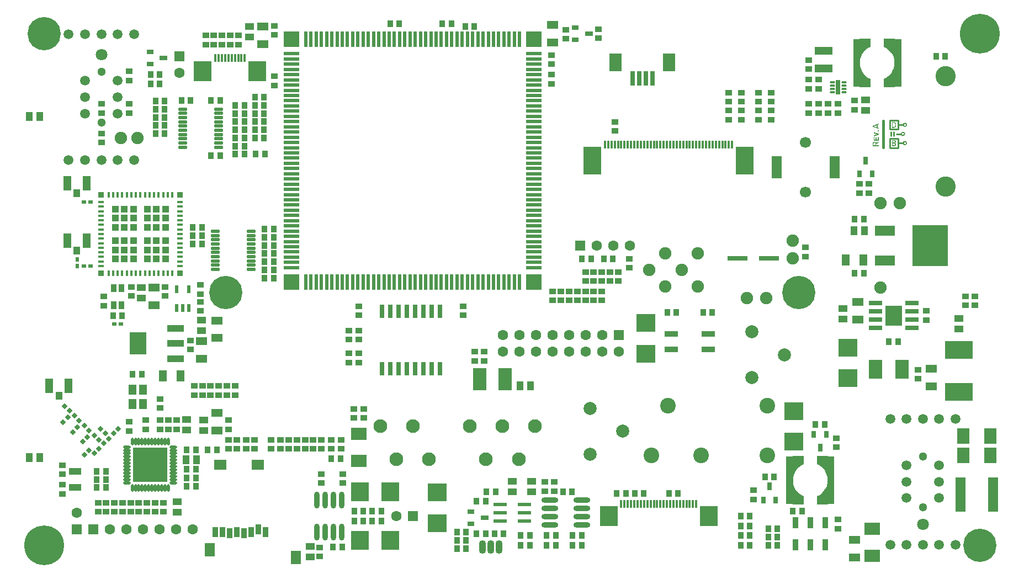
<source format=gts>
G04*
G04 #@! TF.GenerationSoftware,Altium Limited,Altium Designer,18.1.7 (191)*
G04*
G04 Layer_Color=8388736*
%FSLAX44Y44*%
%MOMM*%
G71*
G01*
G75*
%ADD13C,0.2500*%
%ADD19C,0.2000*%
%ADD91R,0.9000X1.0000*%
%ADD92R,1.4000X1.1000*%
%ADD93O,1.4500X0.5000*%
%ADD94R,0.4000X1.3000*%
%ADD95R,2.8000X3.1000*%
%ADD96R,0.7000X2.3000*%
%ADD97R,1.9000X2.7000*%
%ADD98R,1.0500X7.4000*%
%ADD99R,0.6600X2.2500*%
G04:AMPARAMS|DCode=100|XSize=0.35mm|YSize=0.8mm|CornerRadius=0.1125mm|HoleSize=0mm|Usage=FLASHONLY|Rotation=90.000|XOffset=0mm|YOffset=0mm|HoleType=Round|Shape=RoundedRectangle|*
%AMROUNDEDRECTD100*
21,1,0.3500,0.5750,0,0,90.0*
21,1,0.1250,0.8000,0,0,90.0*
1,1,0.2250,0.2875,0.0625*
1,1,0.2250,0.2875,-0.0625*
1,1,0.2250,-0.2875,-0.0625*
1,1,0.2250,-0.2875,0.0625*
%
%ADD100ROUNDEDRECTD100*%
%ADD101R,5.5000X6.3000*%
%ADD102R,3.1000X1.6000*%
%ADD103R,2.1000X0.8000*%
%ADD104R,2.5000X3.1000*%
%ADD105R,2.8432X2.7162*%
%ADD106R,2.8000X3.1000*%
%ADD107O,2.6000X0.8000*%
%ADD108R,2.1000X0.6300*%
%ADD109R,2.7162X2.8432*%
%ADD110O,0.8000X2.6000*%
%ADD111R,1.9000X1.5000*%
%ADD112R,1.5000X2.0000*%
%ADD113R,0.9000X1.6000*%
%ADD114R,5.2500X5.2500*%
%ADD115O,0.4500X1.1500*%
%ADD116O,1.1500X0.4500*%
%ADD117R,0.6000X2.4000*%
%ADD118R,2.4000X0.6000*%
%ADD119R,2.4000X2.4000*%
%ADD120R,1.5000X5.3000*%
%ADD121R,2.3500X1.9000*%
%ADD122R,1.9000X2.3500*%
%ADD123R,1.8000X1.2000*%
%ADD124R,1.1000X1.4000*%
%ADD125R,1.0000X0.9000*%
%ADD126R,0.6000X0.7000*%
%ADD127R,0.7000X0.6000*%
%ADD128R,1.1500X2.3000*%
%ADD129R,1.1000X1.1500*%
%ADD130R,0.7500X1.0000*%
%ADD131R,0.7500X1.2000*%
%ADD132R,0.9000X1.7000*%
%ADD133R,1.0000X0.7500*%
%ADD134R,1.2000X0.7500*%
%ADD135R,1.6000X3.5000*%
%ADD136R,2.8000X4.2000*%
%ADD137R,0.8100X0.8100*%
%ADD138R,0.4600X0.8100*%
%ADD139R,0.8100X0.4600*%
%ADD140R,1.0600X1.0600*%
%ADD141R,2.5000X3.4000*%
%ADD142R,2.5000X1.1000*%
%ADD143R,0.6000X1.3000*%
%ADD144R,0.8000X2.1000*%
%ADD145R,2.1000X0.9000*%
%ADD146R,1.2498X1.4995*%
%ADD147R,0.9000X1.1500*%
%ADD148R,4.3000X2.7000*%
%ADD149R,2.7000X1.2000*%
%ADD150R,1.2000X1.8000*%
G04:AMPARAMS|DCode=151|XSize=0.6mm|YSize=0.7mm|CornerRadius=0mm|HoleSize=0mm|Usage=FLASHONLY|Rotation=135.000|XOffset=0mm|YOffset=0mm|HoleType=Round|Shape=Rectangle|*
%AMROTATEDRECTD151*
4,1,4,0.4596,0.0354,-0.0354,-0.4596,-0.4596,-0.0354,0.0354,0.4596,0.4596,0.0354,0.0*
%
%ADD151ROTATEDRECTD151*%

G04:AMPARAMS|DCode=152|XSize=0.6mm|YSize=0.7mm|CornerRadius=0mm|HoleSize=0mm|Usage=FLASHONLY|Rotation=225.000|XOffset=0mm|YOffset=0mm|HoleType=Round|Shape=Rectangle|*
%AMROTATEDRECTD152*
4,1,4,-0.0354,0.4596,0.4596,-0.0354,0.0354,-0.4596,-0.4596,0.0354,-0.0354,0.4596,0.0*
%
%ADD152ROTATEDRECTD152*%

%ADD153R,2.0000X2.9000*%
%ADD154R,3.1000X0.8000*%
%ADD155R,2.0000X3.5000*%
%ADD156R,1.9000X1.1000*%
%ADD157C,1.5000*%
%ADD158C,1.3000*%
%ADD159C,1.8000*%
%ADD160C,1.6000*%
%ADD161R,1.6000X1.6000*%
%ADD162C,2.1000*%
%ADD163C,2.0000*%
%ADD164C,1.9000*%
%ADD165R,1.6000X1.6000*%
%ADD166C,1.7000*%
%ADD167C,2.4000*%
%ADD168O,1.1000X2.1000*%
%ADD169O,1.1000X2.1000*%
%ADD170C,3.1000*%
%ADD171C,5.1000*%
%ADD172C,6.1000*%
G36*
X1337098Y809493D02*
X1337192Y809464D01*
X1337279Y809418D01*
X1337355Y809355D01*
X1337418Y809279D01*
X1337464Y809192D01*
X1337493Y809098D01*
X1337502Y809000D01*
Y772500D01*
Y736000D01*
X1337493Y735902D01*
X1337464Y735808D01*
X1337418Y735721D01*
X1337355Y735645D01*
X1337279Y735582D01*
X1337192Y735536D01*
X1337098Y735507D01*
X1337000Y735498D01*
X1320500D01*
X1320402Y735507D01*
X1320308Y735536D01*
X1320221Y735582D01*
X1320145Y735645D01*
X1320082Y735721D01*
X1320036Y735808D01*
X1320007Y735902D01*
X1319998Y736000D01*
Y747500D01*
X1320001Y747532D01*
X1320002Y747563D01*
X1320005Y747580D01*
X1320007Y747598D01*
X1320016Y747628D01*
X1320023Y747659D01*
X1320031Y747675D01*
X1320036Y747692D01*
X1320051Y747720D01*
X1320063Y747749D01*
X1320074Y747763D01*
X1320082Y747779D01*
X1320102Y747804D01*
X1320121Y747829D01*
X1320133Y747841D01*
X1320145Y747855D01*
X1320169Y747875D01*
X1320192Y747897D01*
X1320207Y747906D01*
X1320221Y747918D01*
X1320248Y747933D01*
X1320275Y747949D01*
X1323240Y749432D01*
X1326697Y751901D01*
X1329164Y753875D01*
X1329625Y754336D01*
X1331587Y756787D01*
X1333059Y759242D01*
X1334041Y761206D01*
X1335021Y763655D01*
X1335513Y765622D01*
X1336004Y767587D01*
X1336495Y772502D01*
X1336003Y777916D01*
X1335026Y781825D01*
X1332571Y786735D01*
X1329631Y790654D01*
X1326196Y793599D01*
X1323247Y795565D01*
X1320275Y797051D01*
X1320248Y797067D01*
X1320221Y797082D01*
X1320207Y797094D01*
X1320192Y797103D01*
X1320169Y797125D01*
X1320145Y797145D01*
X1320133Y797159D01*
X1320121Y797171D01*
X1320102Y797196D01*
X1320082Y797221D01*
X1320074Y797237D01*
X1320063Y797251D01*
X1320051Y797280D01*
X1320036Y797308D01*
X1320031Y797325D01*
X1320023Y797341D01*
X1320016Y797372D01*
X1320007Y797402D01*
X1320005Y797420D01*
X1320002Y797437D01*
X1320001Y797468D01*
X1319998Y797500D01*
Y809000D01*
X1320007Y809098D01*
X1320036Y809192D01*
X1320082Y809279D01*
X1320145Y809355D01*
X1320221Y809418D01*
X1320308Y809464D01*
X1320402Y809493D01*
X1320500Y809502D01*
X1337000D01*
X1337098Y809493D01*
D02*
G37*
G36*
X1299598D02*
X1299692Y809464D01*
X1299779Y809418D01*
X1299855Y809355D01*
X1299918Y809279D01*
X1299964Y809192D01*
X1299993Y809098D01*
X1300002Y809000D01*
Y797500D01*
X1299999Y797468D01*
X1299998Y797437D01*
X1299995Y797420D01*
X1299993Y797402D01*
X1299984Y797372D01*
X1299977Y797341D01*
X1299969Y797325D01*
X1299964Y797308D01*
X1299949Y797280D01*
X1299937Y797251D01*
X1299926Y797237D01*
X1299918Y797221D01*
X1299898Y797196D01*
X1299879Y797171D01*
X1299867Y797159D01*
X1299855Y797145D01*
X1299831Y797125D01*
X1299808Y797103D01*
X1299793Y797094D01*
X1299779Y797082D01*
X1299752Y797067D01*
X1299725Y797051D01*
X1295753Y795065D01*
X1294301Y794097D01*
X1291354Y791641D01*
X1288412Y788209D01*
X1286443Y784763D01*
X1284974Y781825D01*
X1284490Y779890D01*
X1283997Y777426D01*
X1283505Y772498D01*
X1283995Y767104D01*
X1285965Y761193D01*
X1286941Y759242D01*
X1288409Y756795D01*
X1291351Y753363D01*
X1293808Y751397D01*
X1295765Y749929D01*
X1299725Y747949D01*
X1299752Y747933D01*
X1299779Y747918D01*
X1299793Y747906D01*
X1299808Y747897D01*
X1299831Y747875D01*
X1299855Y747855D01*
X1299867Y747841D01*
X1299879Y747829D01*
X1299898Y747804D01*
X1299918Y747779D01*
X1299926Y747763D01*
X1299937Y747749D01*
X1299949Y747720D01*
X1299964Y747692D01*
X1299969Y747675D01*
X1299977Y747659D01*
X1299984Y747628D01*
X1299993Y747598D01*
X1299995Y747580D01*
X1299998Y747563D01*
X1299999Y747532D01*
X1300002Y747500D01*
Y736000D01*
X1299993Y735902D01*
X1299964Y735808D01*
X1299918Y735721D01*
X1299855Y735645D01*
X1299779Y735582D01*
X1299692Y735536D01*
X1299598Y735507D01*
X1299500Y735498D01*
X1283000D01*
X1282902Y735507D01*
X1282808Y735536D01*
X1282721Y735582D01*
X1282645Y735645D01*
X1282582Y735721D01*
X1282536Y735808D01*
X1282507Y735902D01*
X1282498Y736000D01*
Y772500D01*
Y809000D01*
X1282507Y809098D01*
X1282536Y809192D01*
X1282582Y809279D01*
X1282645Y809355D01*
X1282721Y809418D01*
X1282808Y809464D01*
X1282902Y809493D01*
X1283000Y809502D01*
X1299500D01*
X1299598Y809493D01*
D02*
G37*
G36*
X1335187Y682223D02*
X1335301Y682212D01*
X1335437Y682202D01*
X1335593Y682181D01*
X1335770Y682150D01*
X1335968Y682098D01*
X1336176Y682046D01*
X1336395Y681973D01*
X1336624Y681889D01*
X1336853Y681785D01*
X1337082Y681671D01*
X1337311Y681525D01*
X1337540Y681369D01*
X1337759Y681181D01*
X1337769Y681171D01*
X1337822Y681129D01*
X1337884Y681056D01*
X1337967Y680952D01*
X1338071Y680827D01*
X1338186Y680671D01*
X1338311Y680494D01*
X1338436Y680286D01*
X1338561Y680057D01*
X1338686Y679807D01*
X1338801Y679526D01*
X1338905Y679213D01*
X1338988Y678890D01*
X1339050Y678536D01*
X1339102Y678161D01*
X1339113Y677766D01*
Y677755D01*
Y677734D01*
Y677703D01*
Y677651D01*
Y677589D01*
X1339102Y677516D01*
Y677432D01*
X1339092Y677339D01*
X1339071Y677130D01*
X1339040Y676880D01*
X1338998Y676610D01*
X1338946Y676308D01*
X1338873Y676006D01*
X1338780Y675683D01*
X1338665Y675350D01*
X1338540Y675027D01*
X1338384Y674714D01*
X1338197Y674402D01*
X1337988Y674121D01*
X1337749Y673850D01*
X1337738Y673839D01*
X1337697Y673808D01*
X1337634Y673746D01*
X1337551Y673683D01*
X1337447Y673600D01*
X1337311Y673506D01*
X1337166Y673402D01*
X1336999Y673308D01*
X1336811Y673204D01*
X1336603Y673100D01*
X1336384Y673006D01*
X1336145Y672923D01*
X1335895Y672861D01*
X1335624Y672809D01*
X1335343Y672767D01*
X1335051Y672756D01*
X1332500D01*
Y682233D01*
X1335103D01*
X1335187Y682223D01*
D02*
G37*
G36*
X1312063Y679366D02*
X1312125Y679345D01*
X1312208Y679324D01*
X1312281Y679283D01*
X1312365Y679231D01*
X1312437Y679158D01*
X1312448Y679147D01*
X1312469Y679116D01*
X1312500Y679075D01*
X1312531Y679012D01*
X1312563Y678939D01*
X1312594Y678856D01*
X1312614Y678762D01*
X1312625Y678658D01*
Y678637D01*
X1312614Y678585D01*
X1312604Y678502D01*
X1312583Y678408D01*
X1312542Y678314D01*
X1312479Y678210D01*
X1312385Y678137D01*
X1312271Y678075D01*
X1310886Y677513D01*
Y673264D01*
X1312188Y672764D01*
X1312208Y672753D01*
X1312260Y672732D01*
X1312323Y672691D01*
X1312406Y672618D01*
X1312490Y672535D01*
X1312552Y672430D01*
X1312604Y672295D01*
X1312625Y672129D01*
Y672076D01*
X1312614Y672024D01*
X1312604Y671951D01*
X1312583Y671879D01*
X1312542Y671795D01*
X1312500Y671702D01*
X1312437Y671618D01*
X1312427Y671608D01*
X1312406Y671587D01*
X1312365Y671556D01*
X1312302Y671514D01*
X1312240Y671472D01*
X1312156Y671441D01*
X1312063Y671420D01*
X1311958Y671410D01*
X1311948D01*
X1311938D01*
X1311875Y671420D01*
X1311792Y671431D01*
X1311698Y671452D01*
X1303461Y674524D01*
X1303450D01*
X1303440Y674534D01*
X1303377Y674565D01*
X1303294Y674617D01*
X1303190Y674701D01*
X1303096Y674805D01*
X1303013Y674940D01*
X1302950Y675107D01*
X1302940Y675211D01*
X1302930Y675315D01*
Y675378D01*
X1302940Y675419D01*
X1302950Y675523D01*
X1302992Y675648D01*
X1303044Y675784D01*
X1303127Y675909D01*
X1303242Y676023D01*
X1303315Y676075D01*
X1303398Y676107D01*
X1311688Y679324D01*
X1311698D01*
X1311709Y679335D01*
X1311771Y679356D01*
X1311865Y679366D01*
X1311958Y679377D01*
X1311969D01*
X1312010D01*
X1312063Y679366D01*
D02*
G37*
G36*
X1311761Y669088D02*
X1311844Y669067D01*
X1311938Y669035D01*
X1312031Y668994D01*
X1312135Y668931D01*
X1312229Y668848D01*
X1312240Y668838D01*
X1312260Y668806D01*
X1312302Y668754D01*
X1312344Y668681D01*
X1312385Y668598D01*
X1312427Y668494D01*
X1312448Y668379D01*
X1312458Y668254D01*
Y668192D01*
X1312448Y668130D01*
X1312427Y668046D01*
X1312406Y667952D01*
X1312365Y667859D01*
X1312302Y667755D01*
X1312229Y667661D01*
X1312219Y667651D01*
X1312188Y667630D01*
X1312135Y667588D01*
X1312063Y667546D01*
X1311979Y667505D01*
X1311875Y667463D01*
X1311761Y667442D01*
X1311636Y667432D01*
X1311625D01*
X1311573D01*
X1311511Y667442D01*
X1311438Y667463D01*
X1311344Y667484D01*
X1311240Y667525D01*
X1311146Y667588D01*
X1311052Y667661D01*
X1311042Y667671D01*
X1311011Y667702D01*
X1310969Y667755D01*
X1310927Y667828D01*
X1310886Y667911D01*
X1310844Y668015D01*
X1310813Y668130D01*
X1310802Y668254D01*
Y668317D01*
X1310813Y668379D01*
X1310834Y668463D01*
X1310865Y668546D01*
X1310907Y668650D01*
X1310969Y668754D01*
X1311052Y668848D01*
X1311063Y668858D01*
X1311094Y668890D01*
X1311146Y668931D01*
X1311219Y668973D01*
X1311302Y669015D01*
X1311407Y669056D01*
X1311511Y669088D01*
X1311636Y669098D01*
X1311646D01*
X1311698D01*
X1311761Y669088D01*
D02*
G37*
G36*
X1305512Y665661D02*
X1305585Y665641D01*
X1312229Y663766D01*
X1312250Y663756D01*
X1312292Y663735D01*
X1312354Y663693D01*
X1312427Y663631D01*
X1312510Y663527D01*
X1312573Y663401D01*
X1312594Y663318D01*
X1312614Y663224D01*
X1312635Y663131D01*
Y662964D01*
X1312625Y662923D01*
X1312614Y662818D01*
X1312594Y662693D01*
X1312542Y662568D01*
X1312479Y662454D01*
X1312396Y662360D01*
X1312333Y662318D01*
X1312271Y662298D01*
X1305616Y660194D01*
X1305606D01*
X1305596D01*
X1305543Y660184D01*
X1305460Y660173D01*
X1305366Y660163D01*
X1305356D01*
X1305314D01*
X1305262Y660173D01*
X1305200Y660194D01*
X1305127Y660215D01*
X1305044Y660246D01*
X1304960Y660298D01*
X1304887Y660371D01*
X1304877Y660381D01*
X1304856Y660413D01*
X1304825Y660454D01*
X1304783Y660507D01*
X1304752Y660579D01*
X1304721Y660663D01*
X1304700Y660756D01*
X1304689Y660850D01*
Y660871D01*
X1304700Y660933D01*
X1304710Y661006D01*
X1304742Y661111D01*
X1304783Y661215D01*
X1304856Y661308D01*
X1304950Y661392D01*
X1305085Y661444D01*
X1310386Y662995D01*
X1305200Y664318D01*
X1305189D01*
X1305179Y664328D01*
X1305116Y664349D01*
X1305033Y664391D01*
X1304939Y664443D01*
X1304846Y664526D01*
X1304773Y664641D01*
X1304710Y664776D01*
X1304700Y664859D01*
X1304689Y664943D01*
Y664985D01*
X1304700Y665036D01*
X1304710Y665109D01*
X1304742Y665182D01*
X1304773Y665266D01*
X1304825Y665359D01*
X1304898Y665443D01*
X1304908Y665453D01*
X1304939Y665474D01*
X1304981Y665516D01*
X1305033Y665557D01*
X1305106Y665599D01*
X1305200Y665641D01*
X1305293Y665661D01*
X1305398Y665672D01*
X1305419D01*
X1305460D01*
X1305512Y665661D01*
D02*
G37*
G36*
X1311906Y658767D02*
X1312021Y658736D01*
X1312146Y658694D01*
X1312281Y658601D01*
X1312333Y658549D01*
X1312385Y658476D01*
X1312437Y658403D01*
X1312469Y658299D01*
X1312490Y658195D01*
X1312500Y658070D01*
Y653498D01*
X1304700D01*
Y658132D01*
X1304710Y658184D01*
X1304742Y658299D01*
X1304783Y658424D01*
X1304866Y658559D01*
X1304929Y658611D01*
X1304991Y658663D01*
X1305075Y658715D01*
X1305168Y658746D01*
X1305273Y658767D01*
X1305398Y658778D01*
X1305408D01*
X1305429D01*
X1305460D01*
X1305502Y658767D01*
X1305616Y658736D01*
X1305741Y658694D01*
X1305866Y658601D01*
X1305929Y658549D01*
X1305981Y658476D01*
X1306022Y658403D01*
X1306054Y658299D01*
X1306075Y658195D01*
X1306085Y658070D01*
Y654852D01*
X1307512D01*
Y657934D01*
X1307522Y657976D01*
X1307553Y658090D01*
X1307595Y658215D01*
X1307678Y658340D01*
X1307741Y658403D01*
X1307803Y658455D01*
X1307887Y658496D01*
X1307980Y658528D01*
X1308085Y658549D01*
X1308209Y658559D01*
X1308220D01*
X1308241D01*
X1308272D01*
X1308314Y658549D01*
X1308428Y658528D01*
X1308553Y658476D01*
X1308689Y658392D01*
X1308741Y658340D01*
X1308793Y658267D01*
X1308845Y658195D01*
X1308876Y658101D01*
X1308897Y657997D01*
X1308907Y657872D01*
Y654852D01*
X1311104D01*
Y658132D01*
X1311115Y658184D01*
X1311146Y658299D01*
X1311188Y658424D01*
X1311271Y658559D01*
X1311334Y658611D01*
X1311396Y658663D01*
X1311479Y658715D01*
X1311573Y658746D01*
X1311677Y658767D01*
X1311802Y658778D01*
X1311813D01*
X1311833D01*
X1311865D01*
X1311906Y658767D01*
D02*
G37*
G36*
X1312000Y651832D02*
X1312063Y651811D01*
X1312146Y651790D01*
X1312229Y651748D01*
X1312312Y651696D01*
X1312396Y651623D01*
X1312406Y651613D01*
X1312427Y651582D01*
X1312458Y651540D01*
X1312500Y651478D01*
X1312542Y651405D01*
X1312573Y651321D01*
X1312594Y651228D01*
X1312604Y651123D01*
Y651113D01*
X1312594Y651071D01*
X1312583Y651009D01*
X1312563Y650936D01*
X1312531Y650842D01*
X1312469Y650759D01*
X1312396Y650665D01*
X1312292Y650582D01*
X1308564Y647958D01*
Y646395D01*
X1311896D01*
X1311906D01*
X1311927D01*
X1311958D01*
X1312010Y646385D01*
X1312115Y646354D01*
X1312250Y646312D01*
X1312375Y646218D01*
X1312437Y646166D01*
X1312490Y646094D01*
X1312542Y646021D01*
X1312573Y645916D01*
X1312594Y645812D01*
X1312604Y645687D01*
Y645625D01*
X1312594Y645583D01*
X1312563Y645469D01*
X1312510Y645344D01*
X1312479Y645281D01*
X1312427Y645219D01*
X1312375Y645156D01*
X1312302Y645104D01*
X1312219Y645062D01*
X1312125Y645031D01*
X1312010Y645010D01*
X1311886Y645000D01*
X1303034D01*
Y649166D01*
X1303044Y649239D01*
X1303055Y649343D01*
X1303075Y649457D01*
X1303096Y649582D01*
X1303127Y649717D01*
X1303169Y649863D01*
X1303211Y650020D01*
X1303273Y650186D01*
X1303346Y650342D01*
X1303429Y650509D01*
X1303533Y650676D01*
X1303638Y650832D01*
X1303773Y650988D01*
X1303784Y650999D01*
X1303815Y651030D01*
X1303856Y651071D01*
X1303919Y651123D01*
X1304002Y651186D01*
X1304096Y651259D01*
X1304210Y651332D01*
X1304335Y651415D01*
X1304481Y651498D01*
X1304637Y651571D01*
X1304804Y651644D01*
X1304991Y651707D01*
X1305189Y651759D01*
X1305398Y651811D01*
X1305616Y651832D01*
X1305856Y651842D01*
X1305877D01*
X1305918D01*
X1305991Y651832D01*
X1306095Y651821D01*
X1306220Y651800D01*
X1306366Y651779D01*
X1306522Y651738D01*
X1306689Y651696D01*
X1306866Y651623D01*
X1307054Y651550D01*
X1307241Y651446D01*
X1307428Y651332D01*
X1307605Y651196D01*
X1307782Y651030D01*
X1307949Y650842D01*
X1308105Y650634D01*
X1308126Y650613D01*
X1308178Y650561D01*
X1308251Y650467D01*
X1308334Y650342D01*
X1308418Y650176D01*
X1308491Y649988D01*
X1308543Y649780D01*
X1308553Y649666D01*
X1308564Y649540D01*
Y649551D01*
X1311469Y651696D01*
X1311479Y651707D01*
X1311511Y651717D01*
X1311552Y651738D01*
X1311604Y651769D01*
X1311740Y651821D01*
X1311813Y651832D01*
X1311896Y651842D01*
X1311906D01*
X1311948D01*
X1312000Y651832D01*
D02*
G37*
G36*
X1335853Y654233D02*
X1335978Y654223D01*
X1336114Y654202D01*
X1336270Y654181D01*
X1336436Y654150D01*
X1336603Y654108D01*
X1336791Y654056D01*
X1336978Y654004D01*
X1337166Y653931D01*
X1337343Y653837D01*
X1337530Y653744D01*
X1337697Y653629D01*
X1337863Y653494D01*
X1337874Y653483D01*
X1337894Y653463D01*
X1337936Y653421D01*
X1337988Y653358D01*
X1338051Y653286D01*
X1338113Y653192D01*
X1338186Y653088D01*
X1338269Y652973D01*
X1338342Y652838D01*
X1338415Y652692D01*
X1338478Y652525D01*
X1338540Y652359D01*
X1338592Y652171D01*
X1338634Y651973D01*
X1338655Y651755D01*
X1338665Y651536D01*
Y651525D01*
Y651484D01*
X1338655Y651421D01*
Y651338D01*
X1338634Y651234D01*
X1338613Y651109D01*
X1338582Y650984D01*
X1338551Y650838D01*
X1338499Y650682D01*
X1338436Y650526D01*
X1338363Y650359D01*
X1338269Y650203D01*
X1338165Y650036D01*
X1338040Y649880D01*
X1337894Y649734D01*
X1337728Y649588D01*
X1337738Y649578D01*
X1337769Y649557D01*
X1337822Y649526D01*
X1337894Y649474D01*
X1337978Y649411D01*
X1338061Y649328D01*
X1338165Y649234D01*
X1338259Y649120D01*
X1338363Y648985D01*
X1338457Y648828D01*
X1338540Y648662D01*
X1338623Y648464D01*
X1338696Y648255D01*
X1338748Y648016D01*
X1338780Y647766D01*
X1338790Y647485D01*
Y647474D01*
Y647454D01*
Y647422D01*
X1338780Y647370D01*
Y647308D01*
X1338769Y647235D01*
X1338738Y647058D01*
X1338696Y646850D01*
X1338634Y646620D01*
X1338530Y646371D01*
X1338405Y646121D01*
X1338248Y645871D01*
X1338155Y645746D01*
X1338040Y645621D01*
X1337926Y645506D01*
X1337801Y645392D01*
X1337655Y645287D01*
X1337499Y645183D01*
X1337332Y645090D01*
X1337155Y645006D01*
X1336957Y644933D01*
X1336749Y644871D01*
X1336520Y644829D01*
X1336280Y644788D01*
X1336020Y644767D01*
X1335739Y644756D01*
X1332500D01*
Y654243D01*
X1335760D01*
X1335853Y654233D01*
D02*
G37*
G36*
X1234598Y169493D02*
X1234692Y169464D01*
X1234779Y169418D01*
X1234855Y169355D01*
X1234918Y169279D01*
X1234964Y169192D01*
X1234993Y169098D01*
X1235002Y169000D01*
Y132500D01*
Y96000D01*
X1234993Y95902D01*
X1234964Y95808D01*
X1234918Y95721D01*
X1234855Y95645D01*
X1234779Y95582D01*
X1234692Y95536D01*
X1234598Y95507D01*
X1234500Y95498D01*
X1218000D01*
X1217902Y95507D01*
X1217808Y95536D01*
X1217721Y95582D01*
X1217645Y95645D01*
X1217582Y95721D01*
X1217536Y95808D01*
X1217507Y95902D01*
X1217498Y96000D01*
Y107500D01*
X1217501Y107531D01*
X1217502Y107563D01*
X1217505Y107580D01*
X1217507Y107598D01*
X1217516Y107628D01*
X1217523Y107659D01*
X1217531Y107675D01*
X1217536Y107692D01*
X1217551Y107720D01*
X1217563Y107749D01*
X1217574Y107763D01*
X1217582Y107779D01*
X1217602Y107804D01*
X1217620Y107829D01*
X1217633Y107841D01*
X1217645Y107855D01*
X1217669Y107875D01*
X1217692Y107897D01*
X1217707Y107907D01*
X1217721Y107918D01*
X1217748Y107932D01*
X1217775Y107949D01*
X1221747Y109935D01*
X1223199Y110903D01*
X1226146Y113359D01*
X1229088Y116791D01*
X1231057Y120237D01*
X1232526Y123175D01*
X1233010Y125110D01*
X1233503Y127574D01*
X1233995Y132502D01*
X1233505Y137896D01*
X1231535Y143807D01*
X1230559Y145758D01*
X1229091Y148205D01*
X1226149Y151637D01*
X1223692Y153603D01*
X1221735Y155071D01*
X1217775Y157051D01*
X1217748Y157067D01*
X1217721Y157082D01*
X1217707Y157093D01*
X1217692Y157103D01*
X1217669Y157125D01*
X1217645Y157145D01*
X1217633Y157159D01*
X1217620Y157171D01*
X1217602Y157196D01*
X1217582Y157221D01*
X1217574Y157237D01*
X1217563Y157251D01*
X1217551Y157280D01*
X1217536Y157308D01*
X1217531Y157325D01*
X1217523Y157341D01*
X1217516Y157372D01*
X1217507Y157402D01*
X1217505Y157420D01*
X1217502Y157437D01*
X1217501Y157468D01*
X1217498Y157500D01*
Y169000D01*
X1217507Y169098D01*
X1217536Y169192D01*
X1217582Y169279D01*
X1217645Y169355D01*
X1217721Y169418D01*
X1217808Y169464D01*
X1217902Y169493D01*
X1218000Y169502D01*
X1234500D01*
X1234598Y169493D01*
D02*
G37*
G36*
X1197098D02*
X1197192Y169464D01*
X1197279Y169418D01*
X1197355Y169355D01*
X1197418Y169279D01*
X1197464Y169192D01*
X1197493Y169098D01*
X1197502Y169000D01*
Y157500D01*
X1197499Y157468D01*
X1197498Y157437D01*
X1197495Y157420D01*
X1197493Y157402D01*
X1197484Y157372D01*
X1197477Y157341D01*
X1197469Y157325D01*
X1197464Y157308D01*
X1197449Y157280D01*
X1197437Y157251D01*
X1197426Y157237D01*
X1197418Y157221D01*
X1197398Y157196D01*
X1197380Y157171D01*
X1197367Y157159D01*
X1197355Y157145D01*
X1197331Y157125D01*
X1197308Y157103D01*
X1197293Y157093D01*
X1197279Y157082D01*
X1197252Y157067D01*
X1197225Y157051D01*
X1194260Y155568D01*
X1190803Y153099D01*
X1188336Y151125D01*
X1187875Y150664D01*
X1185913Y148212D01*
X1184441Y145758D01*
X1183459Y143794D01*
X1182479Y141345D01*
X1181987Y139378D01*
X1181496Y137414D01*
X1181005Y132498D01*
X1181497Y127084D01*
X1182474Y123175D01*
X1184929Y118265D01*
X1187869Y114346D01*
X1191304Y111401D01*
X1194253Y109435D01*
X1197225Y107949D01*
X1197252Y107932D01*
X1197279Y107918D01*
X1197293Y107907D01*
X1197308Y107897D01*
X1197331Y107875D01*
X1197355Y107855D01*
X1197367Y107841D01*
X1197380Y107829D01*
X1197398Y107804D01*
X1197418Y107779D01*
X1197426Y107763D01*
X1197437Y107749D01*
X1197449Y107720D01*
X1197464Y107692D01*
X1197469Y107675D01*
X1197477Y107659D01*
X1197484Y107628D01*
X1197493Y107598D01*
X1197495Y107580D01*
X1197498Y107563D01*
X1197499Y107531D01*
X1197502Y107500D01*
Y96000D01*
X1197493Y95902D01*
X1197464Y95808D01*
X1197418Y95721D01*
X1197355Y95645D01*
X1197279Y95582D01*
X1197192Y95536D01*
X1197098Y95507D01*
X1197000Y95498D01*
X1180500D01*
X1180402Y95507D01*
X1180308Y95536D01*
X1180221Y95582D01*
X1180145Y95645D01*
X1180082Y95721D01*
X1180036Y95808D01*
X1180007Y95902D01*
X1179998Y96000D01*
Y132500D01*
Y169000D01*
X1180007Y169098D01*
X1180036Y169192D01*
X1180082Y169279D01*
X1180145Y169355D01*
X1180221Y169418D01*
X1180308Y169464D01*
X1180402Y169493D01*
X1180500Y169502D01*
X1197000D01*
X1197098Y169493D01*
D02*
G37*
%LPC*%
G36*
X1335041Y680806D02*
X1333885D01*
Y674173D01*
X1335156D01*
X1335228Y674183D01*
X1335322Y674193D01*
X1335426Y674204D01*
X1335541Y674225D01*
X1335666Y674256D01*
X1335937Y674329D01*
X1336082Y674381D01*
X1336239Y674444D01*
X1336384Y674516D01*
X1336530Y674610D01*
X1336666Y674704D01*
X1336801Y674818D01*
X1336811Y674829D01*
X1336843Y674871D01*
X1336884Y674933D01*
X1336947Y675016D01*
X1337020Y675131D01*
X1337093Y675266D01*
X1337176Y675422D01*
X1337270Y675599D01*
X1337353Y675797D01*
X1337436Y676026D01*
X1337509Y676266D01*
X1337582Y676526D01*
X1337645Y676807D01*
X1337686Y677110D01*
X1337717Y677432D01*
X1337728Y677766D01*
Y677786D01*
Y677828D01*
X1337717Y677911D01*
Y678016D01*
X1337697Y678140D01*
X1337676Y678276D01*
X1337655Y678443D01*
X1337613Y678620D01*
X1337572Y678796D01*
X1337509Y678984D01*
X1337436Y679182D01*
X1337353Y679369D01*
X1337249Y679567D01*
X1337124Y679744D01*
X1336988Y679921D01*
X1336832Y680088D01*
X1336822Y680098D01*
X1336801Y680119D01*
X1336759Y680150D01*
X1336697Y680202D01*
X1336624Y680255D01*
X1336541Y680317D01*
X1336436Y680379D01*
X1336322Y680452D01*
X1336197Y680515D01*
X1336062Y680577D01*
X1335916Y680640D01*
X1335760Y680692D01*
X1335593Y680744D01*
X1335416Y680775D01*
X1335228Y680796D01*
X1335041Y680806D01*
D02*
G37*
G36*
X1309469Y677023D02*
X1305012Y675315D01*
X1309469Y673732D01*
Y677023D01*
D02*
G37*
G36*
X1305845Y650457D02*
X1305835D01*
X1305814D01*
X1305783D01*
X1305741Y650446D01*
X1305616Y650436D01*
X1305470Y650415D01*
X1305304Y650363D01*
X1305137Y650301D01*
X1304971Y650217D01*
X1304825Y650092D01*
X1304804Y650072D01*
X1304762Y650009D01*
X1304700Y649915D01*
X1304627Y649790D01*
X1304554Y649634D01*
X1304492Y649457D01*
X1304450Y649259D01*
X1304429Y649051D01*
Y646395D01*
X1307147D01*
Y649582D01*
X1307137Y649634D01*
X1307116Y649697D01*
X1307085Y649780D01*
X1307043Y649863D01*
X1306991Y649957D01*
X1306908Y650061D01*
X1306887Y650082D01*
X1306835Y650124D01*
X1306752Y650186D01*
X1306637Y650259D01*
X1306491Y650332D01*
X1306304Y650395D01*
X1306095Y650436D01*
X1305845Y650457D01*
D02*
G37*
G36*
X1335624Y652827D02*
X1333885D01*
Y650307D01*
X1335822D01*
X1335905Y650318D01*
X1335999Y650328D01*
X1336114Y650349D01*
X1336239Y650369D01*
X1336374Y650411D01*
X1336520Y650463D01*
X1336666Y650526D01*
X1336801Y650609D01*
X1336926Y650713D01*
X1337041Y650828D01*
X1337145Y650974D01*
X1337218Y651140D01*
X1337259Y651328D01*
X1337280Y651546D01*
Y651557D01*
Y651578D01*
Y651609D01*
X1337270Y651650D01*
X1337259Y651755D01*
X1337228Y651900D01*
X1337176Y652046D01*
X1337093Y652202D01*
X1336988Y652359D01*
X1336843Y652494D01*
X1336822Y652504D01*
X1336759Y652546D01*
X1336666Y652598D01*
X1336530Y652661D01*
X1336353Y652723D01*
X1336145Y652775D01*
X1335905Y652817D01*
X1335624Y652827D01*
D02*
G37*
G36*
X1335676Y648891D02*
X1333885D01*
Y646173D01*
X1335812D01*
X1335895Y646183D01*
X1335999Y646193D01*
X1336124Y646214D01*
X1336270Y646246D01*
X1336416Y646287D01*
X1336572Y646339D01*
X1336728Y646412D01*
X1336874Y646496D01*
X1337020Y646600D01*
X1337145Y646735D01*
X1337249Y646881D01*
X1337332Y647058D01*
X1337384Y647266D01*
X1337405Y647495D01*
Y647516D01*
Y647558D01*
X1337395Y647620D01*
X1337374Y647714D01*
X1337353Y647818D01*
X1337311Y647933D01*
X1337259Y648068D01*
X1337186Y648193D01*
X1337093Y648328D01*
X1336988Y648453D01*
X1336843Y648568D01*
X1336676Y648672D01*
X1336478Y648766D01*
X1336249Y648828D01*
X1335978Y648880D01*
X1335676Y648891D01*
D02*
G37*
%LPD*%
D13*
X1335500Y660500D02*
Y666500D01*
X1331500Y660500D02*
Y666500D01*
X1342500Y677500D02*
X1349500D01*
X1329500Y670500D02*
X1342500D01*
X1329500D02*
Y684500D01*
X1342500D01*
Y670500D02*
Y684500D01*
X1339500Y663500D02*
X1346500D01*
X1342500Y642500D02*
Y656500D01*
X1329500D02*
X1342500D01*
X1329500Y642500D02*
Y656500D01*
Y642500D02*
X1342500D01*
X1342500Y649500D02*
X1349500D01*
X1318500Y684500D02*
X1320500D01*
Y642500D02*
Y684500D01*
X1318500Y642500D02*
Y684500D01*
Y642500D02*
X1320500D01*
D19*
X1355000Y677500D02*
G03*
X1355000Y677500I-2500J0D01*
G01*
X1352000Y663500D02*
G03*
X1352000Y663500I-2500J0D01*
G01*
X1355000Y649500D02*
G03*
X1355000Y649500I-2500J0D01*
G01*
D91*
X828002Y115000D02*
D03*
X842002D02*
D03*
X475502Y30000D02*
D03*
X489502D02*
D03*
X987998Y390000D02*
D03*
X1001998D02*
D03*
X384498Y492500D02*
D03*
X370498D02*
D03*
X1138002Y137500D02*
D03*
X1152002D02*
D03*
X856998Y32500D02*
D03*
X842998D02*
D03*
X776998D02*
D03*
X762998D02*
D03*
X776998Y47500D02*
D03*
X762998D02*
D03*
X856998D02*
D03*
X842998D02*
D03*
X816998Y32500D02*
D03*
X802998D02*
D03*
X816998Y47500D02*
D03*
X802998D02*
D03*
X1194498Y85000D02*
D03*
X1180498D02*
D03*
X1100502Y47500D02*
D03*
X1114502D02*
D03*
X1100502Y32500D02*
D03*
X1114502D02*
D03*
X1100502Y62500D02*
D03*
X1114502D02*
D03*
X1143002Y32500D02*
D03*
X1157002D02*
D03*
X1143002Y45000D02*
D03*
X1157002D02*
D03*
X1143002Y57500D02*
D03*
X1157002D02*
D03*
X1100502Y77500D02*
D03*
X1114502D02*
D03*
X990500Y112500D02*
D03*
X1004500D02*
D03*
X938002Y112500D02*
D03*
X952002D02*
D03*
X924498Y112500D02*
D03*
X910498D02*
D03*
X562998Y832500D02*
D03*
X576998D02*
D03*
X677998Y828500D02*
D03*
X691998D02*
D03*
X642998Y832500D02*
D03*
X656998D02*
D03*
X665498Y52500D02*
D03*
X679498D02*
D03*
X217002Y714000D02*
D03*
X203002D02*
D03*
X217002Y689000D02*
D03*
X203002D02*
D03*
X217002Y676500D02*
D03*
X203002D02*
D03*
X217002Y664000D02*
D03*
X203002D02*
D03*
X217002Y701500D02*
D03*
X203002D02*
D03*
X371002Y633000D02*
D03*
X357002D02*
D03*
X302002Y630000D02*
D03*
X288002D02*
D03*
X339502Y645000D02*
D03*
X325502D02*
D03*
X369502Y657500D02*
D03*
X355502D02*
D03*
X369502Y670000D02*
D03*
X355502D02*
D03*
X369502Y682500D02*
D03*
X355502D02*
D03*
X369502Y695000D02*
D03*
X355502D02*
D03*
X369502Y707500D02*
D03*
X355502D02*
D03*
X370498Y442500D02*
D03*
X384498D02*
D03*
X339502Y632500D02*
D03*
X325502D02*
D03*
X339502Y707500D02*
D03*
X325502D02*
D03*
X339502Y682500D02*
D03*
X325502D02*
D03*
X339502Y657500D02*
D03*
X325502D02*
D03*
X339502Y670000D02*
D03*
X325502D02*
D03*
X339502Y695000D02*
D03*
X325502D02*
D03*
X152002Y385000D02*
D03*
X138002D02*
D03*
X384502Y517500D02*
D03*
X370502D02*
D03*
X260498Y495000D02*
D03*
X274498D02*
D03*
X274502Y520000D02*
D03*
X260502D02*
D03*
X370498Y455000D02*
D03*
X384498D02*
D03*
X370498Y467500D02*
D03*
X384498D02*
D03*
X370498Y480000D02*
D03*
X384498D02*
D03*
X369502Y720000D02*
D03*
X355502D02*
D03*
X282998Y179000D02*
D03*
X296998D02*
D03*
X250998D02*
D03*
X264998D02*
D03*
X679502Y27500D02*
D03*
X665502D02*
D03*
X257002Y715000D02*
D03*
X243002D02*
D03*
X287998Y715000D02*
D03*
X301998D02*
D03*
X370498Y505000D02*
D03*
X384498D02*
D03*
X274502Y507500D02*
D03*
X260502D02*
D03*
X182002Y295000D02*
D03*
X168002D02*
D03*
X1414502Y782500D02*
D03*
X1400502D02*
D03*
X1289502Y450000D02*
D03*
X1275502D02*
D03*
X1289502Y532500D02*
D03*
X1275502D02*
D03*
X1327998Y345000D02*
D03*
X1341998D02*
D03*
X1042998Y390000D02*
D03*
X1056998D02*
D03*
X710502Y115000D02*
D03*
X724502D02*
D03*
X549498Y70000D02*
D03*
X535498D02*
D03*
X251002Y123000D02*
D03*
X265002D02*
D03*
X126998Y121000D02*
D03*
X112998D02*
D03*
X126998Y133500D02*
D03*
X112998D02*
D03*
X264998Y149000D02*
D03*
X250998D02*
D03*
X126998Y146000D02*
D03*
X112998D02*
D03*
X264998Y136000D02*
D03*
X250998D02*
D03*
X695502Y50000D02*
D03*
X709502D02*
D03*
X723002Y50000D02*
D03*
X737002D02*
D03*
X709498Y100000D02*
D03*
X695498D02*
D03*
X679498Y40000D02*
D03*
X665498D02*
D03*
X1215502Y217500D02*
D03*
X1229502D02*
D03*
X195502Y740000D02*
D03*
X209502D02*
D03*
X209498Y755000D02*
D03*
X195498D02*
D03*
X508002Y85000D02*
D03*
X522002D02*
D03*
X857002Y471500D02*
D03*
X871002D02*
D03*
X890502D02*
D03*
X904502D02*
D03*
X486998Y165000D02*
D03*
X472998D02*
D03*
X508002Y70000D02*
D03*
X522002D02*
D03*
X549498Y85000D02*
D03*
X535498D02*
D03*
D92*
X440000Y30500D02*
D03*
Y14500D02*
D03*
X250500Y225500D02*
D03*
Y209500D02*
D03*
X780000Y130500D02*
D03*
Y114500D02*
D03*
X274000Y362000D02*
D03*
Y378000D02*
D03*
X1435000Y364500D02*
D03*
Y380500D02*
D03*
X347500Y828000D02*
D03*
Y812000D02*
D03*
X236500Y99000D02*
D03*
Y83000D02*
D03*
X181000Y428000D02*
D03*
Y412000D02*
D03*
X1257500Y395500D02*
D03*
Y379500D02*
D03*
X1292500Y715500D02*
D03*
Y699500D02*
D03*
X750000Y114500D02*
D03*
Y130500D02*
D03*
X277000Y225000D02*
D03*
Y209000D02*
D03*
D93*
X350250Y455750D02*
D03*
Y462250D02*
D03*
Y468750D02*
D03*
Y475250D02*
D03*
Y481750D02*
D03*
Y488250D02*
D03*
Y494750D02*
D03*
Y501250D02*
D03*
Y507750D02*
D03*
Y514250D02*
D03*
X294750Y455750D02*
D03*
Y462250D02*
D03*
Y468750D02*
D03*
Y475250D02*
D03*
Y481750D02*
D03*
Y488250D02*
D03*
Y494750D02*
D03*
Y501250D02*
D03*
Y507750D02*
D03*
Y514250D02*
D03*
X300250Y643250D02*
D03*
Y649750D02*
D03*
Y656250D02*
D03*
Y662750D02*
D03*
Y669250D02*
D03*
Y675750D02*
D03*
Y682250D02*
D03*
Y688750D02*
D03*
Y695250D02*
D03*
Y701750D02*
D03*
X244750Y643250D02*
D03*
Y649750D02*
D03*
Y656250D02*
D03*
Y662750D02*
D03*
Y669250D02*
D03*
Y675750D02*
D03*
Y682250D02*
D03*
Y688750D02*
D03*
Y695250D02*
D03*
Y701750D02*
D03*
D94*
X295000Y779900D02*
D03*
X300000D02*
D03*
X305000D02*
D03*
X310000D02*
D03*
X315000D02*
D03*
X320000D02*
D03*
X325000D02*
D03*
X330000D02*
D03*
X335000D02*
D03*
X340000D02*
D03*
X1032500Y95600D02*
D03*
X1027500D02*
D03*
X1022500D02*
D03*
X992500D02*
D03*
X957500D02*
D03*
X952500D02*
D03*
X917500D02*
D03*
X922500D02*
D03*
X927500D02*
D03*
X932500D02*
D03*
X937500D02*
D03*
X942500D02*
D03*
X947500D02*
D03*
X962500D02*
D03*
X967500D02*
D03*
X972500D02*
D03*
X977500D02*
D03*
X982500D02*
D03*
X987500D02*
D03*
X997500D02*
D03*
X1002500D02*
D03*
X1007500D02*
D03*
X1012500D02*
D03*
X1017500D02*
D03*
X892500Y647400D02*
D03*
X897501D02*
D03*
X902499D02*
D03*
X907501D02*
D03*
X912499D02*
D03*
X917501D02*
D03*
X1072499D02*
D03*
X1077501D02*
D03*
X1082499D02*
D03*
X1087500D02*
D03*
X982499D02*
D03*
X992499D02*
D03*
X987501D02*
D03*
X977501D02*
D03*
X972499D02*
D03*
X967501D02*
D03*
X962499D02*
D03*
X957501D02*
D03*
X952499D02*
D03*
X947501D02*
D03*
X942499D02*
D03*
X937501D02*
D03*
X932499D02*
D03*
X927501D02*
D03*
X922499D02*
D03*
X997501D02*
D03*
X1002499D02*
D03*
X1007501D02*
D03*
X1012499D02*
D03*
X1017501D02*
D03*
X1022499D02*
D03*
X1027501D02*
D03*
X1032499D02*
D03*
X1037501D02*
D03*
X1042499D02*
D03*
X1047501D02*
D03*
X1052499D02*
D03*
X1057501D02*
D03*
X1062499D02*
D03*
X1067501D02*
D03*
D95*
X275700Y760100D02*
D03*
X359300D02*
D03*
D96*
X965000Y749000D02*
D03*
X955000D02*
D03*
X945000D02*
D03*
X935000D02*
D03*
D97*
X991000Y773000D02*
D03*
X909000D02*
D03*
D98*
X1341750Y772500D02*
D03*
X1278250D02*
D03*
X1175750Y132500D02*
D03*
X1239250D02*
D03*
D99*
X1250000Y735000D02*
D03*
D100*
X1241250Y727500D02*
D03*
Y732500D02*
D03*
Y737500D02*
D03*
Y742500D02*
D03*
X1258750D02*
D03*
Y737500D02*
D03*
Y732500D02*
D03*
Y727500D02*
D03*
D101*
X1391250Y492500D02*
D03*
D102*
X1321750Y469500D02*
D03*
Y515500D02*
D03*
D103*
X1307000Y404050D02*
D03*
Y391350D02*
D03*
Y378650D02*
D03*
Y365950D02*
D03*
X1363000D02*
D03*
Y404050D02*
D03*
Y391350D02*
D03*
Y378650D02*
D03*
D104*
X1335000Y385000D02*
D03*
D105*
X1182500Y238495D02*
D03*
Y191505D02*
D03*
X635000Y113495D02*
D03*
Y66505D02*
D03*
X955000Y326505D02*
D03*
Y373495D02*
D03*
X1265000Y289005D02*
D03*
Y335995D02*
D03*
D106*
X898200Y77000D02*
D03*
X1051800D02*
D03*
D107*
X857000Y63450D02*
D03*
Y76150D02*
D03*
Y88850D02*
D03*
Y101550D02*
D03*
X808000Y63450D02*
D03*
Y76150D02*
D03*
Y88850D02*
D03*
Y101550D02*
D03*
D108*
X768600Y69800D02*
D03*
Y82500D02*
D03*
Y95200D02*
D03*
X731400D02*
D03*
Y82500D02*
D03*
Y69800D02*
D03*
D109*
X516505Y115000D02*
D03*
X563495D02*
D03*
X516505Y40000D02*
D03*
X563495D02*
D03*
D110*
X450950Y53000D02*
D03*
X463650D02*
D03*
X476350D02*
D03*
X489050D02*
D03*
X450950Y102000D02*
D03*
X463650D02*
D03*
X476350D02*
D03*
X489050D02*
D03*
D111*
X302749Y155749D02*
D03*
X359650D02*
D03*
D112*
X286749Y25749D02*
D03*
X418250Y14251D02*
D03*
D113*
X294649Y52750D02*
D03*
X305650D02*
D03*
X316650Y50751D02*
D03*
X327649Y52750D02*
D03*
X338649Y50751D02*
D03*
X349650Y52750D02*
D03*
X360651Y56750D02*
D03*
X371649Y52750D02*
D03*
D114*
X195000Y156000D02*
D03*
D115*
X167500Y191500D02*
D03*
X172500D02*
D03*
X177500D02*
D03*
X182500D02*
D03*
X187500D02*
D03*
X192500D02*
D03*
X197500D02*
D03*
X202500D02*
D03*
X207500D02*
D03*
X212500D02*
D03*
X217500D02*
D03*
X222500D02*
D03*
Y120500D02*
D03*
X217500D02*
D03*
X212500D02*
D03*
X207500D02*
D03*
X202500D02*
D03*
X197500D02*
D03*
X192500D02*
D03*
X187500D02*
D03*
X182500D02*
D03*
X177500D02*
D03*
X172500D02*
D03*
X167500D02*
D03*
D116*
X230500Y183500D02*
D03*
Y178500D02*
D03*
Y173500D02*
D03*
Y168500D02*
D03*
Y163500D02*
D03*
Y158500D02*
D03*
Y153500D02*
D03*
Y148500D02*
D03*
Y143500D02*
D03*
Y138500D02*
D03*
Y133500D02*
D03*
Y128500D02*
D03*
X159500D02*
D03*
Y133500D02*
D03*
Y138500D02*
D03*
Y143500D02*
D03*
Y148500D02*
D03*
Y153500D02*
D03*
Y158500D02*
D03*
Y163500D02*
D03*
Y168500D02*
D03*
Y173500D02*
D03*
Y178500D02*
D03*
Y183500D02*
D03*
D117*
X737500Y436500D02*
D03*
X729500D02*
D03*
X649500Y808500D02*
D03*
X641500D02*
D03*
X761500D02*
D03*
X433500Y436500D02*
D03*
X441500D02*
D03*
X449500D02*
D03*
X457500D02*
D03*
X465500D02*
D03*
X473500D02*
D03*
X481500D02*
D03*
X489500D02*
D03*
X497500D02*
D03*
X505500D02*
D03*
X513500D02*
D03*
X521500D02*
D03*
X529500D02*
D03*
X537500D02*
D03*
X545500D02*
D03*
X553500D02*
D03*
X561500D02*
D03*
X569500D02*
D03*
X577500D02*
D03*
X585500D02*
D03*
X593500D02*
D03*
X601500D02*
D03*
X609500D02*
D03*
X617500D02*
D03*
X625500D02*
D03*
X633500D02*
D03*
X641500D02*
D03*
X649500D02*
D03*
X657500D02*
D03*
X665500D02*
D03*
X673500D02*
D03*
X681500D02*
D03*
X689500D02*
D03*
X697500D02*
D03*
X705500D02*
D03*
X713500D02*
D03*
X721500D02*
D03*
X745500D02*
D03*
X753500D02*
D03*
X761500D02*
D03*
X753500Y808500D02*
D03*
X745500D02*
D03*
X737500D02*
D03*
X729500D02*
D03*
X721500D02*
D03*
X713500D02*
D03*
X705500D02*
D03*
X697500D02*
D03*
X689500D02*
D03*
X681500D02*
D03*
X673500D02*
D03*
X665500D02*
D03*
X657500D02*
D03*
X601500D02*
D03*
X593500D02*
D03*
X585500D02*
D03*
X577500D02*
D03*
X569500D02*
D03*
X561500D02*
D03*
X553500D02*
D03*
X545500D02*
D03*
X537500D02*
D03*
X529500D02*
D03*
X521500D02*
D03*
X513500D02*
D03*
X505500D02*
D03*
X497500D02*
D03*
X489500D02*
D03*
X481500D02*
D03*
X473500D02*
D03*
X465500D02*
D03*
X457500D02*
D03*
X449500D02*
D03*
X441500D02*
D03*
X433500D02*
D03*
X609500D02*
D03*
X617500D02*
D03*
X625500D02*
D03*
X633500D02*
D03*
D118*
X411500Y458500D02*
D03*
Y466500D02*
D03*
Y474500D02*
D03*
Y482500D02*
D03*
Y490500D02*
D03*
Y498500D02*
D03*
Y506500D02*
D03*
Y514500D02*
D03*
Y522500D02*
D03*
Y530500D02*
D03*
Y538500D02*
D03*
Y546500D02*
D03*
Y554500D02*
D03*
Y562500D02*
D03*
Y570500D02*
D03*
Y578500D02*
D03*
Y586500D02*
D03*
Y594500D02*
D03*
Y602500D02*
D03*
Y610500D02*
D03*
Y618500D02*
D03*
Y626500D02*
D03*
Y634500D02*
D03*
Y642500D02*
D03*
Y650500D02*
D03*
Y658500D02*
D03*
Y666500D02*
D03*
Y674500D02*
D03*
Y682500D02*
D03*
Y690500D02*
D03*
Y698500D02*
D03*
Y706500D02*
D03*
Y714500D02*
D03*
Y722500D02*
D03*
Y730500D02*
D03*
Y738500D02*
D03*
Y746500D02*
D03*
Y754500D02*
D03*
Y762500D02*
D03*
Y770500D02*
D03*
Y778500D02*
D03*
Y786500D02*
D03*
X783500Y458500D02*
D03*
Y466500D02*
D03*
Y474500D02*
D03*
Y482500D02*
D03*
Y490500D02*
D03*
Y498500D02*
D03*
Y506500D02*
D03*
Y514500D02*
D03*
Y522500D02*
D03*
Y530500D02*
D03*
Y538500D02*
D03*
Y546500D02*
D03*
Y554500D02*
D03*
Y562500D02*
D03*
Y570500D02*
D03*
Y578500D02*
D03*
Y586500D02*
D03*
Y594500D02*
D03*
Y602500D02*
D03*
Y610500D02*
D03*
Y618500D02*
D03*
Y626500D02*
D03*
Y634500D02*
D03*
Y642500D02*
D03*
Y650500D02*
D03*
Y658500D02*
D03*
Y666500D02*
D03*
Y674500D02*
D03*
Y682500D02*
D03*
Y690500D02*
D03*
Y698500D02*
D03*
Y706500D02*
D03*
Y714500D02*
D03*
Y722500D02*
D03*
Y730500D02*
D03*
Y738500D02*
D03*
Y746500D02*
D03*
Y754500D02*
D03*
Y762500D02*
D03*
Y770500D02*
D03*
Y778500D02*
D03*
Y786500D02*
D03*
D119*
Y808500D02*
D03*
X783500Y436500D02*
D03*
X411500Y808500D02*
D03*
Y436500D02*
D03*
D120*
X1437500Y110000D02*
D03*
X1487500D02*
D03*
D121*
X1302500Y58250D02*
D03*
Y16750D02*
D03*
X515000Y161750D02*
D03*
Y203250D02*
D03*
D122*
X1441750Y200000D02*
D03*
X1483250D02*
D03*
Y170150D02*
D03*
X1441750D02*
D03*
D123*
X1275000Y14000D02*
D03*
Y41000D02*
D03*
X812500Y831000D02*
D03*
Y804000D02*
D03*
X297000Y377500D02*
D03*
Y350500D02*
D03*
X201000Y427500D02*
D03*
Y400500D02*
D03*
X274000Y318500D02*
D03*
Y345500D02*
D03*
X1392500Y276500D02*
D03*
Y303500D02*
D03*
X1280000Y406000D02*
D03*
Y379000D02*
D03*
X367500Y801500D02*
D03*
Y828500D02*
D03*
X297000Y208500D02*
D03*
Y235500D02*
D03*
D124*
X9500Y167500D02*
D03*
X25500D02*
D03*
X9500Y690000D02*
D03*
X25500D02*
D03*
X250000Y164000D02*
D03*
X266000D02*
D03*
X778000Y277500D02*
D03*
X762000D02*
D03*
X1274500Y515000D02*
D03*
X1290500D02*
D03*
D125*
X882500Y810498D02*
D03*
Y824498D02*
D03*
X262500Y263002D02*
D03*
Y277002D02*
D03*
X325000Y263002D02*
D03*
Y277002D02*
D03*
X312500Y263002D02*
D03*
Y277002D02*
D03*
X275000Y263002D02*
D03*
Y277002D02*
D03*
X287500Y263002D02*
D03*
Y277002D02*
D03*
X300000Y263002D02*
D03*
Y277002D02*
D03*
X815000Y129498D02*
D03*
Y115498D02*
D03*
X800000Y129498D02*
D03*
Y115498D02*
D03*
X1120000Y103002D02*
D03*
Y117002D02*
D03*
X1250000Y71998D02*
D03*
Y57998D02*
D03*
X1200000Y475502D02*
D03*
Y489502D02*
D03*
X210500Y224502D02*
D03*
Y210502D02*
D03*
X825000Y422002D02*
D03*
Y408002D02*
D03*
X912500Y452002D02*
D03*
Y438002D02*
D03*
X812500Y422002D02*
D03*
Y408002D02*
D03*
X887500Y452002D02*
D03*
Y438002D02*
D03*
X875000Y422002D02*
D03*
Y408002D02*
D03*
Y452002D02*
D03*
Y438002D02*
D03*
X862500Y422002D02*
D03*
Y408002D02*
D03*
X862500Y452002D02*
D03*
Y438002D02*
D03*
X810000Y754502D02*
D03*
Y740502D02*
D03*
X887500Y422002D02*
D03*
Y408002D02*
D03*
X900000Y452002D02*
D03*
Y438002D02*
D03*
X1297500Y572998D02*
D03*
Y586998D02*
D03*
X832500Y823502D02*
D03*
Y809502D02*
D03*
X1282500Y572998D02*
D03*
Y586998D02*
D03*
X272000Y417998D02*
D03*
Y431998D02*
D03*
Y391998D02*
D03*
Y405998D02*
D03*
X500000Y327000D02*
D03*
Y313000D02*
D03*
Y362000D02*
D03*
Y348000D02*
D03*
X455000Y29502D02*
D03*
Y15502D02*
D03*
X507500Y242002D02*
D03*
Y228002D02*
D03*
X522500Y242002D02*
D03*
Y228002D02*
D03*
X1460000Y414502D02*
D03*
Y400502D02*
D03*
X1385000Y392002D02*
D03*
Y378002D02*
D03*
X305000Y814502D02*
D03*
Y800502D02*
D03*
X317500Y814502D02*
D03*
Y800502D02*
D03*
X330000Y814502D02*
D03*
Y800502D02*
D03*
X292500Y814502D02*
D03*
Y800502D02*
D03*
X385000Y752002D02*
D03*
Y738002D02*
D03*
X1147000Y712998D02*
D03*
Y726998D02*
D03*
X1147000Y699502D02*
D03*
Y685502D02*
D03*
X1128000Y699502D02*
D03*
Y685502D02*
D03*
X1128000Y712998D02*
D03*
Y726998D02*
D03*
X1082000Y699502D02*
D03*
Y685502D02*
D03*
X1082000Y712998D02*
D03*
Y726998D02*
D03*
X1102000Y712998D02*
D03*
Y726998D02*
D03*
X1102000Y699502D02*
D03*
Y685502D02*
D03*
X1205000Y695498D02*
D03*
Y709498D02*
D03*
X1235000Y709502D02*
D03*
Y695502D02*
D03*
X1250000Y695498D02*
D03*
Y709498D02*
D03*
X1205000Y747002D02*
D03*
Y733002D02*
D03*
X1220000Y747002D02*
D03*
Y733002D02*
D03*
X60000Y111498D02*
D03*
Y125498D02*
D03*
X60000Y155502D02*
D03*
Y141502D02*
D03*
X210000Y242998D02*
D03*
Y256998D02*
D03*
X163000Y207998D02*
D03*
Y221998D02*
D03*
X188000Y210498D02*
D03*
Y224498D02*
D03*
X152500Y98002D02*
D03*
Y84002D02*
D03*
X215000Y98002D02*
D03*
Y84002D02*
D03*
X235500Y210498D02*
D03*
Y224498D02*
D03*
X223000Y210498D02*
D03*
Y224498D02*
D03*
X124000Y399998D02*
D03*
Y413998D02*
D03*
X166000Y429002D02*
D03*
Y415002D02*
D03*
X218000Y429002D02*
D03*
Y415002D02*
D03*
X515000Y399502D02*
D03*
Y385502D02*
D03*
X675000Y399502D02*
D03*
Y385502D02*
D03*
X257000Y347002D02*
D03*
Y333002D02*
D03*
X810000Y784502D02*
D03*
Y770502D02*
D03*
X1372500Y302002D02*
D03*
Y288002D02*
D03*
X280000Y814502D02*
D03*
Y800502D02*
D03*
X1220000Y709502D02*
D03*
Y695502D02*
D03*
X907500Y682002D02*
D03*
Y668002D02*
D03*
X1205000Y762998D02*
D03*
Y776998D02*
D03*
X1275000Y714502D02*
D03*
Y700502D02*
D03*
X385000Y815498D02*
D03*
Y829498D02*
D03*
X1445000Y414502D02*
D03*
Y400502D02*
D03*
X515000Y327000D02*
D03*
Y313000D02*
D03*
Y362000D02*
D03*
Y348000D02*
D03*
X120000Y664498D02*
D03*
Y650498D02*
D03*
X162500Y709498D02*
D03*
Y695498D02*
D03*
Y759498D02*
D03*
Y745498D02*
D03*
X120000Y695502D02*
D03*
Y709502D02*
D03*
X315000Y210502D02*
D03*
Y224502D02*
D03*
X930000Y471998D02*
D03*
Y457998D02*
D03*
X202500Y97998D02*
D03*
Y83998D02*
D03*
X190000Y97998D02*
D03*
Y83998D02*
D03*
X177500Y97998D02*
D03*
Y83998D02*
D03*
X165000Y97998D02*
D03*
Y83998D02*
D03*
X140000Y97998D02*
D03*
Y83998D02*
D03*
X127500Y97998D02*
D03*
Y83998D02*
D03*
X115000Y97998D02*
D03*
Y83998D02*
D03*
X445000Y194498D02*
D03*
Y180498D02*
D03*
X420000Y194498D02*
D03*
Y180498D02*
D03*
X395000Y194498D02*
D03*
Y180498D02*
D03*
X380000Y194498D02*
D03*
Y180498D02*
D03*
X342500Y194498D02*
D03*
Y180498D02*
D03*
X327500Y194498D02*
D03*
Y180498D02*
D03*
X457500Y194498D02*
D03*
Y180498D02*
D03*
X432500Y194498D02*
D03*
Y180498D02*
D03*
X355000Y194498D02*
D03*
Y180498D02*
D03*
X315000Y194498D02*
D03*
Y180498D02*
D03*
X407500Y194498D02*
D03*
Y180498D02*
D03*
X692500Y315502D02*
D03*
Y329502D02*
D03*
X707500Y315502D02*
D03*
Y329502D02*
D03*
X850000Y421998D02*
D03*
Y407998D02*
D03*
X837500Y421998D02*
D03*
Y407998D02*
D03*
X1247500Y196998D02*
D03*
Y182998D02*
D03*
X472500Y194498D02*
D03*
Y180498D02*
D03*
X487500Y194498D02*
D03*
Y180498D02*
D03*
X457500Y128002D02*
D03*
Y142002D02*
D03*
X490000Y128002D02*
D03*
Y142002D02*
D03*
D126*
X83500Y461000D02*
D03*
Y471000D02*
D03*
D127*
X150000Y372000D02*
D03*
X140000D02*
D03*
X93500Y559000D02*
D03*
X103500D02*
D03*
X93500Y461000D02*
D03*
X103500D02*
D03*
D128*
X40250Y277500D02*
D03*
X69750D02*
D03*
X67750Y500000D02*
D03*
X97250D02*
D03*
X67750Y587500D02*
D03*
X97250D02*
D03*
D129*
X55000Y262250D02*
D03*
X82500Y484750D02*
D03*
Y572250D02*
D03*
D130*
X1135500Y102125D02*
D03*
X1154500D02*
D03*
X1283000Y602125D02*
D03*
X1302000D02*
D03*
X1213000Y202875D02*
D03*
X1232000D02*
D03*
D131*
X1145000Y122875D02*
D03*
X1292500Y622875D02*
D03*
X1222500Y182125D02*
D03*
D132*
X1230000Y67000D02*
D03*
Y33000D02*
D03*
X1207500D02*
D03*
Y67000D02*
D03*
X1185000D02*
D03*
Y33000D02*
D03*
D133*
X194625Y789500D02*
D03*
Y770500D02*
D03*
X847125Y827000D02*
D03*
Y808000D02*
D03*
X687125Y65500D02*
D03*
Y84500D02*
D03*
D134*
X215375Y780000D02*
D03*
X867875Y817500D02*
D03*
X707875Y75000D02*
D03*
D135*
X1155500Y612500D02*
D03*
X1244500D02*
D03*
D136*
X873201Y622500D02*
D03*
X1106799D02*
D03*
D137*
X240250Y569750D02*
D03*
X119750D02*
D03*
Y450250D02*
D03*
X240250D02*
D03*
D138*
X229000Y569750D02*
D03*
X222000D02*
D03*
X215000D02*
D03*
X208000D02*
D03*
X201000D02*
D03*
X194000D02*
D03*
X187000D02*
D03*
X180000D02*
D03*
X173000D02*
D03*
X166000D02*
D03*
X159000D02*
D03*
X152000D02*
D03*
X145000D02*
D03*
X138000D02*
D03*
X131000D02*
D03*
Y450250D02*
D03*
X138000D02*
D03*
X145000D02*
D03*
X152000D02*
D03*
X159000D02*
D03*
X166000D02*
D03*
X173000D02*
D03*
X180000D02*
D03*
X187000D02*
D03*
X194000D02*
D03*
X201000D02*
D03*
X208000D02*
D03*
X215000D02*
D03*
X222000D02*
D03*
X229000D02*
D03*
D139*
X119750Y559000D02*
D03*
X240250Y461000D02*
D03*
X119750Y552000D02*
D03*
Y545000D02*
D03*
Y538000D02*
D03*
Y531000D02*
D03*
Y524000D02*
D03*
Y517000D02*
D03*
Y510000D02*
D03*
Y503000D02*
D03*
Y496000D02*
D03*
Y489000D02*
D03*
Y482000D02*
D03*
Y475000D02*
D03*
Y468000D02*
D03*
Y461000D02*
D03*
X240250Y468000D02*
D03*
Y475000D02*
D03*
Y482000D02*
D03*
Y489000D02*
D03*
Y496000D02*
D03*
Y503000D02*
D03*
Y510000D02*
D03*
Y517000D02*
D03*
Y524000D02*
D03*
Y531000D02*
D03*
Y538000D02*
D03*
Y545000D02*
D03*
Y552000D02*
D03*
Y559000D02*
D03*
D140*
X204500Y548500D02*
D03*
X190500D02*
D03*
X169500D02*
D03*
X155500D02*
D03*
X141500D02*
D03*
Y534500D02*
D03*
Y520500D02*
D03*
X218500Y534500D02*
D03*
X204500D02*
D03*
X190500D02*
D03*
X218500Y520500D02*
D03*
X204500D02*
D03*
X190500D02*
D03*
X169500D02*
D03*
Y534500D02*
D03*
X155500D02*
D03*
Y520500D02*
D03*
X218500Y499500D02*
D03*
Y485500D02*
D03*
Y471500D02*
D03*
X204500Y499500D02*
D03*
X190500D02*
D03*
X204500Y485500D02*
D03*
X190500D02*
D03*
X204500Y471500D02*
D03*
X190500D02*
D03*
X169500Y499500D02*
D03*
Y485500D02*
D03*
Y471500D02*
D03*
X155500Y499500D02*
D03*
X141500D02*
D03*
X155500Y485500D02*
D03*
X141500D02*
D03*
X155500Y471500D02*
D03*
X141500D02*
D03*
X218500Y548500D02*
D03*
D141*
X176000Y342000D02*
D03*
D142*
X234000Y365000D02*
D03*
Y342000D02*
D03*
Y319000D02*
D03*
D143*
X235500Y396500D02*
D03*
X245000D02*
D03*
X254500D02*
D03*
Y425500D02*
D03*
X235500D02*
D03*
D144*
X626750Y303200D02*
D03*
X601350D02*
D03*
X588650D02*
D03*
X563250D02*
D03*
X639450Y391800D02*
D03*
X626750D02*
D03*
X614050D02*
D03*
X601350D02*
D03*
X588650D02*
D03*
X575950D02*
D03*
X563250D02*
D03*
X550550D02*
D03*
X575950Y303200D02*
D03*
X550550D02*
D03*
X639450D02*
D03*
X614050D02*
D03*
D145*
X1051000Y333000D02*
D03*
Y357000D02*
D03*
X994000Y333000D02*
D03*
Y357000D02*
D03*
D146*
X167499Y249002D02*
D03*
X183501D02*
D03*
X167499Y270998D02*
D03*
X183501D02*
D03*
D147*
X151000Y427250D02*
D03*
Y400750D02*
D03*
X139000D02*
D03*
Y427250D02*
D03*
D148*
X1435000Y332000D02*
D03*
Y268000D02*
D03*
D149*
X1227500Y791000D02*
D03*
Y764000D02*
D03*
D150*
X241500Y292000D02*
D03*
X214500D02*
D03*
X1261500Y470000D02*
D03*
X1288500D02*
D03*
D151*
X116035Y181036D02*
D03*
X108965Y173965D02*
D03*
X123965Y188964D02*
D03*
X131036Y196035D02*
D03*
X93965Y171465D02*
D03*
X101036Y178535D02*
D03*
X61465Y221465D02*
D03*
X68536Y228535D02*
D03*
X76465Y206465D02*
D03*
X83536Y213535D02*
D03*
X91465Y191464D02*
D03*
X98535Y198535D02*
D03*
X138965Y203964D02*
D03*
X146035Y211035D02*
D03*
D152*
X93965Y216035D02*
D03*
X101035Y208965D02*
D03*
X78965Y231035D02*
D03*
X86035Y223964D02*
D03*
X118965Y211035D02*
D03*
X126035Y203965D02*
D03*
X108965Y201035D02*
D03*
X116035Y193965D02*
D03*
X63965Y246035D02*
D03*
X71035Y238964D02*
D03*
D153*
X1307000Y302500D02*
D03*
X1348000D02*
D03*
D154*
X1144000Y472500D02*
D03*
X1096000D02*
D03*
D155*
X700500Y287500D02*
D03*
X739500D02*
D03*
D156*
X80000Y146000D02*
D03*
Y121000D02*
D03*
D157*
X1355000Y155000D02*
D03*
Y130000D02*
D03*
Y105000D02*
D03*
X1405000Y155000D02*
D03*
Y130000D02*
D03*
Y105000D02*
D03*
X1380000Y33500D02*
D03*
Y226500D02*
D03*
X1405000Y33500D02*
D03*
X1430000D02*
D03*
Y226500D02*
D03*
X1405000D02*
D03*
X1355000D02*
D03*
X1330000D02*
D03*
Y33500D02*
D03*
X1355000D02*
D03*
X145000Y816500D02*
D03*
X170000D02*
D03*
Y623500D02*
D03*
X145000D02*
D03*
X95000D02*
D03*
X70000D02*
D03*
Y816500D02*
D03*
X95000D02*
D03*
X120000Y623500D02*
D03*
Y816500D02*
D03*
X95000Y745000D02*
D03*
Y720000D02*
D03*
Y695000D02*
D03*
X145000Y745000D02*
D03*
Y720000D02*
D03*
Y695000D02*
D03*
D158*
X1380000Y91000D02*
D03*
Y169000D02*
D03*
X120000Y681000D02*
D03*
Y759000D02*
D03*
D159*
X1380000Y65000D02*
D03*
X120000Y785000D02*
D03*
D160*
X736100Y355200D02*
D03*
Y329800D02*
D03*
X761500D02*
D03*
Y355200D02*
D03*
X786900Y329800D02*
D03*
Y355200D02*
D03*
X812300Y329800D02*
D03*
Y355200D02*
D03*
X837700Y329800D02*
D03*
Y355200D02*
D03*
X863100Y329800D02*
D03*
Y355200D02*
D03*
X888500Y329800D02*
D03*
Y355200D02*
D03*
X913900Y329800D02*
D03*
X133200Y57000D02*
D03*
X158600D02*
D03*
X184000D02*
D03*
X209400D02*
D03*
X234800D02*
D03*
X260200D02*
D03*
X82400Y82400D02*
D03*
X240000Y757300D02*
D03*
X879800Y492500D02*
D03*
X905200D02*
D03*
X930600D02*
D03*
X572300Y77500D02*
D03*
D161*
X913900Y355200D02*
D03*
X107800Y57000D02*
D03*
X854400Y492500D02*
D03*
X597700Y77500D02*
D03*
D162*
X622646Y164792D02*
D03*
X597500Y215000D02*
D03*
X572608Y164792D02*
D03*
X547716Y215000D02*
D03*
X784892Y215104D02*
D03*
X685108D02*
D03*
X710000Y164896D02*
D03*
X734892Y215104D02*
D03*
X760038Y164896D02*
D03*
D163*
X870000Y242500D02*
D03*
X920000Y207500D02*
D03*
X870000Y172500D02*
D03*
X1117500Y290000D02*
D03*
X1167500Y325000D02*
D03*
X1117500Y360000D02*
D03*
D164*
X1180000Y472500D02*
D03*
Y500000D02*
D03*
X1140000Y412000D02*
D03*
X1110000D02*
D03*
X175400Y657500D02*
D03*
X150000D02*
D03*
X1010000Y455000D02*
D03*
X1035000Y430000D02*
D03*
X985000D02*
D03*
Y480000D02*
D03*
X1035000D02*
D03*
X960000Y455000D02*
D03*
X1345000Y557500D02*
D03*
X1315000D02*
D03*
Y427500D02*
D03*
D165*
X82400Y57000D02*
D03*
X240000Y782700D02*
D03*
D166*
X1200000Y650500D02*
D03*
Y574500D02*
D03*
D167*
X1141400Y170150D02*
D03*
X1039800D02*
D03*
X963600D02*
D03*
X989000Y246350D02*
D03*
X1141400D02*
D03*
D168*
X730200Y30000D02*
D03*
X704800D02*
D03*
D169*
X717500D02*
D03*
D170*
X1415000Y583000D02*
D03*
Y752000D02*
D03*
D171*
X310710Y420000D02*
D03*
X1190000D02*
D03*
X1467500Y32500D02*
D03*
X32500Y817500D02*
D03*
D172*
Y32500D02*
D03*
X1467500Y817500D02*
D03*
M02*

</source>
